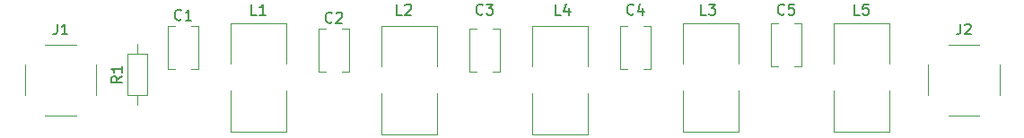
<source format=gbr>
%TF.GenerationSoftware,KiCad,Pcbnew,8.0.1*%
%TF.CreationDate,2024-06-11T21:07:25-04:00*%
%TF.ProjectId,filter,66696c74-6572-42e6-9b69-6361645f7063,rev?*%
%TF.SameCoordinates,Original*%
%TF.FileFunction,Legend,Top*%
%TF.FilePolarity,Positive*%
%FSLAX46Y46*%
G04 Gerber Fmt 4.6, Leading zero omitted, Abs format (unit mm)*
G04 Created by KiCad (PCBNEW 8.0.1) date 2024-06-11 21:07:25*
%MOMM*%
%LPD*%
G01*
G04 APERTURE LIST*
%ADD10C,0.150000*%
%ADD11C,0.120000*%
G04 APERTURE END LIST*
D10*
X164171333Y-92307580D02*
X164123714Y-92355200D01*
X164123714Y-92355200D02*
X163980857Y-92402819D01*
X163980857Y-92402819D02*
X163885619Y-92402819D01*
X163885619Y-92402819D02*
X163742762Y-92355200D01*
X163742762Y-92355200D02*
X163647524Y-92259961D01*
X163647524Y-92259961D02*
X163599905Y-92164723D01*
X163599905Y-92164723D02*
X163552286Y-91974247D01*
X163552286Y-91974247D02*
X163552286Y-91831390D01*
X163552286Y-91831390D02*
X163599905Y-91640914D01*
X163599905Y-91640914D02*
X163647524Y-91545676D01*
X163647524Y-91545676D02*
X163742762Y-91450438D01*
X163742762Y-91450438D02*
X163885619Y-91402819D01*
X163885619Y-91402819D02*
X163980857Y-91402819D01*
X163980857Y-91402819D02*
X164123714Y-91450438D01*
X164123714Y-91450438D02*
X164171333Y-91498057D01*
X165076095Y-91402819D02*
X164599905Y-91402819D01*
X164599905Y-91402819D02*
X164552286Y-91879009D01*
X164552286Y-91879009D02*
X164599905Y-91831390D01*
X164599905Y-91831390D02*
X164695143Y-91783771D01*
X164695143Y-91783771D02*
X164933238Y-91783771D01*
X164933238Y-91783771D02*
X165028476Y-91831390D01*
X165028476Y-91831390D02*
X165076095Y-91879009D01*
X165076095Y-91879009D02*
X165123714Y-91974247D01*
X165123714Y-91974247D02*
X165123714Y-92212342D01*
X165123714Y-92212342D02*
X165076095Y-92307580D01*
X165076095Y-92307580D02*
X165028476Y-92355200D01*
X165028476Y-92355200D02*
X164933238Y-92402819D01*
X164933238Y-92402819D02*
X164695143Y-92402819D01*
X164695143Y-92402819D02*
X164599905Y-92355200D01*
X164599905Y-92355200D02*
X164552286Y-92307580D01*
X101658819Y-98210666D02*
X101182628Y-98543999D01*
X101658819Y-98782094D02*
X100658819Y-98782094D01*
X100658819Y-98782094D02*
X100658819Y-98401142D01*
X100658819Y-98401142D02*
X100706438Y-98305904D01*
X100706438Y-98305904D02*
X100754057Y-98258285D01*
X100754057Y-98258285D02*
X100849295Y-98210666D01*
X100849295Y-98210666D02*
X100992152Y-98210666D01*
X100992152Y-98210666D02*
X101087390Y-98258285D01*
X101087390Y-98258285D02*
X101135009Y-98305904D01*
X101135009Y-98305904D02*
X101182628Y-98401142D01*
X101182628Y-98401142D02*
X101182628Y-98782094D01*
X101658819Y-97258285D02*
X101658819Y-97829713D01*
X101658819Y-97543999D02*
X100658819Y-97543999D01*
X100658819Y-97543999D02*
X100801676Y-97639237D01*
X100801676Y-97639237D02*
X100896914Y-97734475D01*
X100896914Y-97734475D02*
X100944533Y-97829713D01*
X114387333Y-92402819D02*
X113911143Y-92402819D01*
X113911143Y-92402819D02*
X113911143Y-91402819D01*
X115244476Y-92402819D02*
X114673048Y-92402819D01*
X114958762Y-92402819D02*
X114958762Y-91402819D01*
X114958762Y-91402819D02*
X114863524Y-91545676D01*
X114863524Y-91545676D02*
X114768286Y-91640914D01*
X114768286Y-91640914D02*
X114673048Y-91688533D01*
X171283333Y-92402819D02*
X170807143Y-92402819D01*
X170807143Y-92402819D02*
X170807143Y-91402819D01*
X172092857Y-91402819D02*
X171616667Y-91402819D01*
X171616667Y-91402819D02*
X171569048Y-91879009D01*
X171569048Y-91879009D02*
X171616667Y-91831390D01*
X171616667Y-91831390D02*
X171711905Y-91783771D01*
X171711905Y-91783771D02*
X171950000Y-91783771D01*
X171950000Y-91783771D02*
X172045238Y-91831390D01*
X172045238Y-91831390D02*
X172092857Y-91879009D01*
X172092857Y-91879009D02*
X172140476Y-91974247D01*
X172140476Y-91974247D02*
X172140476Y-92212342D01*
X172140476Y-92212342D02*
X172092857Y-92307580D01*
X172092857Y-92307580D02*
X172045238Y-92355200D01*
X172045238Y-92355200D02*
X171950000Y-92402819D01*
X171950000Y-92402819D02*
X171711905Y-92402819D01*
X171711905Y-92402819D02*
X171616667Y-92355200D01*
X171616667Y-92355200D02*
X171569048Y-92307580D01*
X180768666Y-93256819D02*
X180768666Y-93971104D01*
X180768666Y-93971104D02*
X180721047Y-94113961D01*
X180721047Y-94113961D02*
X180625809Y-94209200D01*
X180625809Y-94209200D02*
X180482952Y-94256819D01*
X180482952Y-94256819D02*
X180387714Y-94256819D01*
X181197238Y-93352057D02*
X181244857Y-93304438D01*
X181244857Y-93304438D02*
X181340095Y-93256819D01*
X181340095Y-93256819D02*
X181578190Y-93256819D01*
X181578190Y-93256819D02*
X181673428Y-93304438D01*
X181673428Y-93304438D02*
X181721047Y-93352057D01*
X181721047Y-93352057D02*
X181768666Y-93447295D01*
X181768666Y-93447295D02*
X181768666Y-93542533D01*
X181768666Y-93542533D02*
X181721047Y-93685390D01*
X181721047Y-93685390D02*
X181149619Y-94256819D01*
X181149619Y-94256819D02*
X181768666Y-94256819D01*
X121499333Y-93069580D02*
X121451714Y-93117200D01*
X121451714Y-93117200D02*
X121308857Y-93164819D01*
X121308857Y-93164819D02*
X121213619Y-93164819D01*
X121213619Y-93164819D02*
X121070762Y-93117200D01*
X121070762Y-93117200D02*
X120975524Y-93021961D01*
X120975524Y-93021961D02*
X120927905Y-92926723D01*
X120927905Y-92926723D02*
X120880286Y-92736247D01*
X120880286Y-92736247D02*
X120880286Y-92593390D01*
X120880286Y-92593390D02*
X120927905Y-92402914D01*
X120927905Y-92402914D02*
X120975524Y-92307676D01*
X120975524Y-92307676D02*
X121070762Y-92212438D01*
X121070762Y-92212438D02*
X121213619Y-92164819D01*
X121213619Y-92164819D02*
X121308857Y-92164819D01*
X121308857Y-92164819D02*
X121451714Y-92212438D01*
X121451714Y-92212438D02*
X121499333Y-92260057D01*
X121880286Y-92260057D02*
X121927905Y-92212438D01*
X121927905Y-92212438D02*
X122023143Y-92164819D01*
X122023143Y-92164819D02*
X122261238Y-92164819D01*
X122261238Y-92164819D02*
X122356476Y-92212438D01*
X122356476Y-92212438D02*
X122404095Y-92260057D01*
X122404095Y-92260057D02*
X122451714Y-92355295D01*
X122451714Y-92355295D02*
X122451714Y-92450533D01*
X122451714Y-92450533D02*
X122404095Y-92593390D01*
X122404095Y-92593390D02*
X121832667Y-93164819D01*
X121832667Y-93164819D02*
X122451714Y-93164819D01*
X107275333Y-92815580D02*
X107227714Y-92863200D01*
X107227714Y-92863200D02*
X107084857Y-92910819D01*
X107084857Y-92910819D02*
X106989619Y-92910819D01*
X106989619Y-92910819D02*
X106846762Y-92863200D01*
X106846762Y-92863200D02*
X106751524Y-92767961D01*
X106751524Y-92767961D02*
X106703905Y-92672723D01*
X106703905Y-92672723D02*
X106656286Y-92482247D01*
X106656286Y-92482247D02*
X106656286Y-92339390D01*
X106656286Y-92339390D02*
X106703905Y-92148914D01*
X106703905Y-92148914D02*
X106751524Y-92053676D01*
X106751524Y-92053676D02*
X106846762Y-91958438D01*
X106846762Y-91958438D02*
X106989619Y-91910819D01*
X106989619Y-91910819D02*
X107084857Y-91910819D01*
X107084857Y-91910819D02*
X107227714Y-91958438D01*
X107227714Y-91958438D02*
X107275333Y-92006057D01*
X108227714Y-92910819D02*
X107656286Y-92910819D01*
X107942000Y-92910819D02*
X107942000Y-91910819D01*
X107942000Y-91910819D02*
X107846762Y-92053676D01*
X107846762Y-92053676D02*
X107751524Y-92148914D01*
X107751524Y-92148914D02*
X107656286Y-92196533D01*
X135723333Y-92307580D02*
X135675714Y-92355200D01*
X135675714Y-92355200D02*
X135532857Y-92402819D01*
X135532857Y-92402819D02*
X135437619Y-92402819D01*
X135437619Y-92402819D02*
X135294762Y-92355200D01*
X135294762Y-92355200D02*
X135199524Y-92259961D01*
X135199524Y-92259961D02*
X135151905Y-92164723D01*
X135151905Y-92164723D02*
X135104286Y-91974247D01*
X135104286Y-91974247D02*
X135104286Y-91831390D01*
X135104286Y-91831390D02*
X135151905Y-91640914D01*
X135151905Y-91640914D02*
X135199524Y-91545676D01*
X135199524Y-91545676D02*
X135294762Y-91450438D01*
X135294762Y-91450438D02*
X135437619Y-91402819D01*
X135437619Y-91402819D02*
X135532857Y-91402819D01*
X135532857Y-91402819D02*
X135675714Y-91450438D01*
X135675714Y-91450438D02*
X135723333Y-91498057D01*
X136056667Y-91402819D02*
X136675714Y-91402819D01*
X136675714Y-91402819D02*
X136342381Y-91783771D01*
X136342381Y-91783771D02*
X136485238Y-91783771D01*
X136485238Y-91783771D02*
X136580476Y-91831390D01*
X136580476Y-91831390D02*
X136628095Y-91879009D01*
X136628095Y-91879009D02*
X136675714Y-91974247D01*
X136675714Y-91974247D02*
X136675714Y-92212342D01*
X136675714Y-92212342D02*
X136628095Y-92307580D01*
X136628095Y-92307580D02*
X136580476Y-92355200D01*
X136580476Y-92355200D02*
X136485238Y-92402819D01*
X136485238Y-92402819D02*
X136199524Y-92402819D01*
X136199524Y-92402819D02*
X136104286Y-92355200D01*
X136104286Y-92355200D02*
X136056667Y-92307580D01*
X156805333Y-92402819D02*
X156329143Y-92402819D01*
X156329143Y-92402819D02*
X156329143Y-91402819D01*
X157043429Y-91402819D02*
X157662476Y-91402819D01*
X157662476Y-91402819D02*
X157329143Y-91783771D01*
X157329143Y-91783771D02*
X157472000Y-91783771D01*
X157472000Y-91783771D02*
X157567238Y-91831390D01*
X157567238Y-91831390D02*
X157614857Y-91879009D01*
X157614857Y-91879009D02*
X157662476Y-91974247D01*
X157662476Y-91974247D02*
X157662476Y-92212342D01*
X157662476Y-92212342D02*
X157614857Y-92307580D01*
X157614857Y-92307580D02*
X157567238Y-92355200D01*
X157567238Y-92355200D02*
X157472000Y-92402819D01*
X157472000Y-92402819D02*
X157186286Y-92402819D01*
X157186286Y-92402819D02*
X157091048Y-92355200D01*
X157091048Y-92355200D02*
X157043429Y-92307580D01*
X95551666Y-93256819D02*
X95551666Y-93971104D01*
X95551666Y-93971104D02*
X95504047Y-94113961D01*
X95504047Y-94113961D02*
X95408809Y-94209200D01*
X95408809Y-94209200D02*
X95265952Y-94256819D01*
X95265952Y-94256819D02*
X95170714Y-94256819D01*
X96551666Y-94256819D02*
X95980238Y-94256819D01*
X96265952Y-94256819D02*
X96265952Y-93256819D01*
X96265952Y-93256819D02*
X96170714Y-93399676D01*
X96170714Y-93399676D02*
X96075476Y-93494914D01*
X96075476Y-93494914D02*
X95980238Y-93542533D01*
X128103333Y-92402819D02*
X127627143Y-92402819D01*
X127627143Y-92402819D02*
X127627143Y-91402819D01*
X128389048Y-91498057D02*
X128436667Y-91450438D01*
X128436667Y-91450438D02*
X128531905Y-91402819D01*
X128531905Y-91402819D02*
X128770000Y-91402819D01*
X128770000Y-91402819D02*
X128865238Y-91450438D01*
X128865238Y-91450438D02*
X128912857Y-91498057D01*
X128912857Y-91498057D02*
X128960476Y-91593295D01*
X128960476Y-91593295D02*
X128960476Y-91688533D01*
X128960476Y-91688533D02*
X128912857Y-91831390D01*
X128912857Y-91831390D02*
X128341429Y-92402819D01*
X128341429Y-92402819D02*
X128960476Y-92402819D01*
X143089333Y-92402819D02*
X142613143Y-92402819D01*
X142613143Y-92402819D02*
X142613143Y-91402819D01*
X143851238Y-91736152D02*
X143851238Y-92402819D01*
X143613143Y-91355200D02*
X143375048Y-92069485D01*
X143375048Y-92069485D02*
X143994095Y-92069485D01*
X149947333Y-92307580D02*
X149899714Y-92355200D01*
X149899714Y-92355200D02*
X149756857Y-92402819D01*
X149756857Y-92402819D02*
X149661619Y-92402819D01*
X149661619Y-92402819D02*
X149518762Y-92355200D01*
X149518762Y-92355200D02*
X149423524Y-92259961D01*
X149423524Y-92259961D02*
X149375905Y-92164723D01*
X149375905Y-92164723D02*
X149328286Y-91974247D01*
X149328286Y-91974247D02*
X149328286Y-91831390D01*
X149328286Y-91831390D02*
X149375905Y-91640914D01*
X149375905Y-91640914D02*
X149423524Y-91545676D01*
X149423524Y-91545676D02*
X149518762Y-91450438D01*
X149518762Y-91450438D02*
X149661619Y-91402819D01*
X149661619Y-91402819D02*
X149756857Y-91402819D01*
X149756857Y-91402819D02*
X149899714Y-91450438D01*
X149899714Y-91450438D02*
X149947333Y-91498057D01*
X150804476Y-91736152D02*
X150804476Y-92402819D01*
X150566381Y-91355200D02*
X150328286Y-92069485D01*
X150328286Y-92069485D02*
X150947333Y-92069485D01*
D11*
%TO.C,C5*%
X162918000Y-93230000D02*
X163543000Y-93230000D01*
X162918000Y-97270000D02*
X162918000Y-93230000D01*
X162918000Y-97270000D02*
X163543000Y-97270000D01*
X165133000Y-93230000D02*
X165758000Y-93230000D01*
X165133000Y-97270000D02*
X165758000Y-97270000D01*
X165758000Y-97270000D02*
X165758000Y-93230000D01*
%TO.C,R1*%
X102204000Y-96124000D02*
X102204000Y-99964000D01*
X102204000Y-99964000D02*
X104044000Y-99964000D01*
X103124000Y-95174000D02*
X103124000Y-96124000D01*
X103124000Y-100914000D02*
X103124000Y-99964000D01*
X104044000Y-96124000D02*
X102204000Y-96124000D01*
X104044000Y-99964000D02*
X104044000Y-96124000D01*
%TO.C,L1*%
X111934000Y-93178000D02*
X117174000Y-93178000D01*
X111934000Y-97043000D02*
X111934000Y-93178000D01*
X111934000Y-103418000D02*
X111934000Y-99553000D01*
X111934000Y-103418000D02*
X117174000Y-103418000D01*
X117174000Y-97043000D02*
X117174000Y-93178000D01*
X117174000Y-103418000D02*
X117174000Y-99553000D01*
%TO.C,L5*%
X168830000Y-93178000D02*
X174070000Y-93178000D01*
X168830000Y-97043000D02*
X168830000Y-93178000D01*
X168830000Y-103418000D02*
X168830000Y-99553000D01*
X168830000Y-103418000D02*
X174070000Y-103418000D01*
X174070000Y-97043000D02*
X174070000Y-93178000D01*
X174070000Y-103418000D02*
X174070000Y-99553000D01*
%TO.C,J2*%
X177747000Y-97102000D02*
X177747000Y-100002000D01*
X179652000Y-95197000D02*
X182552000Y-95197000D01*
X179652000Y-101907000D02*
X182552000Y-101907000D01*
X184457000Y-97102000D02*
X184457000Y-100002000D01*
%TO.C,C2*%
X120246000Y-93738000D02*
X120246000Y-97778000D01*
X120871000Y-93738000D02*
X120246000Y-93738000D01*
X120871000Y-97778000D02*
X120246000Y-97778000D01*
X123086000Y-93738000D02*
X122461000Y-93738000D01*
X123086000Y-93738000D02*
X123086000Y-97778000D01*
X123086000Y-97778000D02*
X122461000Y-97778000D01*
%TO.C,C1*%
X106022000Y-93484000D02*
X106022000Y-97524000D01*
X106647000Y-93484000D02*
X106022000Y-93484000D01*
X106647000Y-97524000D02*
X106022000Y-97524000D01*
X108862000Y-93484000D02*
X108237000Y-93484000D01*
X108862000Y-93484000D02*
X108862000Y-97524000D01*
X108862000Y-97524000D02*
X108237000Y-97524000D01*
%TO.C,C3*%
X134470000Y-93738000D02*
X135095000Y-93738000D01*
X134470000Y-97778000D02*
X134470000Y-93738000D01*
X134470000Y-97778000D02*
X135095000Y-97778000D01*
X136685000Y-93738000D02*
X137310000Y-93738000D01*
X136685000Y-97778000D02*
X137310000Y-97778000D01*
X137310000Y-97778000D02*
X137310000Y-93738000D01*
%TO.C,L3*%
X154606000Y-93178000D02*
X159846000Y-93178000D01*
X154606000Y-97043000D02*
X154606000Y-93178000D01*
X154606000Y-103418000D02*
X154606000Y-99553000D01*
X154606000Y-103418000D02*
X159846000Y-103418000D01*
X159846000Y-97043000D02*
X159846000Y-93178000D01*
X159846000Y-103418000D02*
X159846000Y-99553000D01*
%TO.C,J1*%
X92530000Y-97102000D02*
X92530000Y-100002000D01*
X94435000Y-95197000D02*
X97335000Y-95197000D01*
X94435000Y-101907000D02*
X97335000Y-101907000D01*
X99240000Y-97102000D02*
X99240000Y-100002000D01*
%TO.C,L2*%
X126158000Y-93432000D02*
X131398000Y-93432000D01*
X126158000Y-97297000D02*
X126158000Y-93432000D01*
X126158000Y-103672000D02*
X126158000Y-99807000D01*
X126158000Y-103672000D02*
X131398000Y-103672000D01*
X131398000Y-97297000D02*
X131398000Y-93432000D01*
X131398000Y-103672000D02*
X131398000Y-99807000D01*
%TO.C,L4*%
X140382000Y-93432000D02*
X145622000Y-93432000D01*
X140382000Y-97297000D02*
X140382000Y-93432000D01*
X140382000Y-103672000D02*
X140382000Y-99807000D01*
X140382000Y-103672000D02*
X145622000Y-103672000D01*
X145622000Y-97297000D02*
X145622000Y-93432000D01*
X145622000Y-103672000D02*
X145622000Y-99807000D01*
%TO.C,C4*%
X148694000Y-93484000D02*
X149319000Y-93484000D01*
X148694000Y-97524000D02*
X148694000Y-93484000D01*
X148694000Y-97524000D02*
X149319000Y-97524000D01*
X150909000Y-93484000D02*
X151534000Y-93484000D01*
X150909000Y-97524000D02*
X151534000Y-97524000D01*
X151534000Y-97524000D02*
X151534000Y-93484000D01*
%TD*%
M02*

</source>
